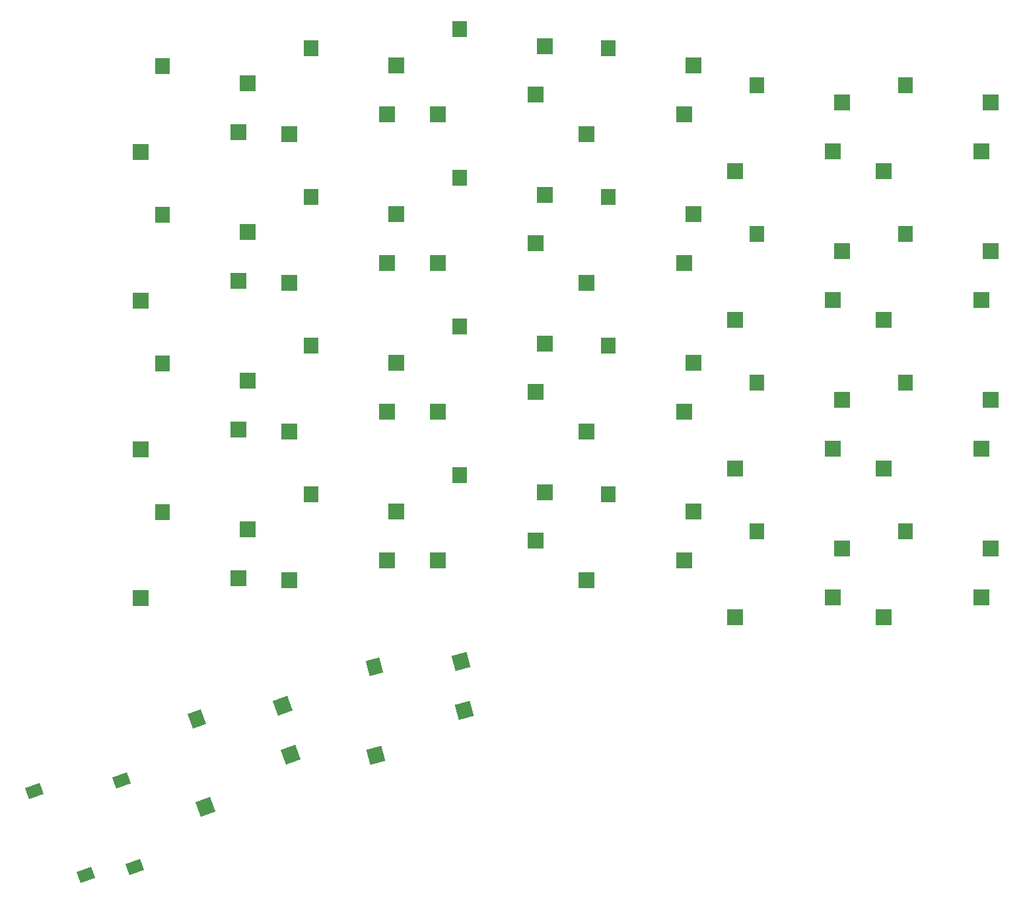
<source format=gbr>
%TF.GenerationSoftware,KiCad,Pcbnew,7.0.10*%
%TF.CreationDate,2024-03-21T20:23:52+01:00*%
%TF.ProjectId,duosync_right,64756f73-796e-4635-9f72-696768742e6b,rev?*%
%TF.SameCoordinates,Original*%
%TF.FileFunction,Paste,Bot*%
%TF.FilePolarity,Positive*%
%FSLAX46Y46*%
G04 Gerber Fmt 4.6, Leading zero omitted, Abs format (unit mm)*
G04 Created by KiCad (PCBNEW 7.0.10) date 2024-03-21 20:23:52*
%MOMM*%
%LPD*%
G01*
G04 APERTURE LIST*
G04 Aperture macros list*
%AMRotRect*
0 Rectangle, with rotation*
0 The origin of the aperture is its center*
0 $1 length*
0 $2 width*
0 $3 Rotation angle, in degrees counterclockwise*
0 Add horizontal line*
21,1,$1,$2,0,0,$3*%
G04 Aperture macros list end*
%ADD10R,2.000000X2.000000*%
%ADD11R,1.900000X2.000000*%
%ADD12RotRect,1.500000X2.000000X110.000000*%
%ADD13RotRect,2.000000X2.000000X200.000000*%
%ADD14RotRect,1.800000X2.000000X200.000000*%
%ADD15RotRect,2.000000X2.000000X195.000000*%
%ADD16RotRect,1.800000X2.000000X195.000000*%
G04 APERTURE END LIST*
D10*
%TO.C,K42*%
X159718900Y-53190100D03*
X158518900Y-59430100D03*
D11*
X148818900Y-50990100D03*
D10*
X146018900Y-61970100D03*
%TD*%
%TO.C,K54*%
X140669100Y-93766100D03*
X139469100Y-100006100D03*
D11*
X129769100Y-91566100D03*
D10*
X126969100Y-102546100D03*
%TD*%
%TO.C,K41*%
X159718900Y-34140100D03*
X158518900Y-40380100D03*
D11*
X148818900Y-31940100D03*
D10*
X146018900Y-42920100D03*
%TD*%
%TO.C,K34*%
X178768900Y-93766100D03*
X177568900Y-100006100D03*
D11*
X167868900Y-91566100D03*
D10*
X165068900Y-102546100D03*
%TD*%
%TO.C,K14*%
X216868900Y-98529100D03*
X215668900Y-104769100D03*
D11*
X205968900Y-96329100D03*
D10*
X203168900Y-107309100D03*
%TD*%
%TO.C,K51*%
X140669100Y-36616100D03*
X139469100Y-42856100D03*
D11*
X129769100Y-34416100D03*
D10*
X126969100Y-45396100D03*
%TD*%
%TO.C,K24*%
X197818900Y-98529100D03*
X196618900Y-104769100D03*
D11*
X186918900Y-96329100D03*
D10*
X184118900Y-107309100D03*
%TD*%
%TO.C,K44*%
X159718900Y-91290100D03*
X158518900Y-97530100D03*
D11*
X148818900Y-89090100D03*
D10*
X146018900Y-100070100D03*
%TD*%
%TO.C,K52*%
X140669100Y-55666100D03*
X139469100Y-61906100D03*
D11*
X129769100Y-53466100D03*
D10*
X126969100Y-64446100D03*
%TD*%
%TO.C,K21*%
X197818900Y-41379100D03*
X196618900Y-47619100D03*
D11*
X186918900Y-39179100D03*
D10*
X184118900Y-50159100D03*
%TD*%
%TO.C,K61*%
X121618900Y-38902100D03*
X120418900Y-45142100D03*
D11*
X110718900Y-36702100D03*
D10*
X107918900Y-47682100D03*
%TD*%
%TO.C,K11*%
X216868900Y-41379100D03*
X215668900Y-47619100D03*
D11*
X205968900Y-39179100D03*
D10*
X203168900Y-50159100D03*
%TD*%
%TO.C,K13*%
X216868900Y-79479100D03*
X215668900Y-85719100D03*
D11*
X205968900Y-77279100D03*
D10*
X203168900Y-88259100D03*
%TD*%
%TO.C,K33*%
X178768900Y-74716100D03*
X177568900Y-80956100D03*
D11*
X167868900Y-72516100D03*
D10*
X165068900Y-83496100D03*
%TD*%
%TO.C,K32*%
X178768900Y-55666100D03*
X177568900Y-61906100D03*
D11*
X167868900Y-53466100D03*
D10*
X165068900Y-64446100D03*
%TD*%
%TO.C,K43*%
X159718900Y-72240100D03*
X158518900Y-78480100D03*
D11*
X148818900Y-70040100D03*
D10*
X146018900Y-81020100D03*
%TD*%
%TO.C,K23*%
X197818900Y-79479100D03*
X196618900Y-85719100D03*
D11*
X186918900Y-77279100D03*
D10*
X184118900Y-88259100D03*
%TD*%
%TO.C,K22*%
X197818900Y-60429100D03*
X196618900Y-66669100D03*
D11*
X186918900Y-58229100D03*
D10*
X184118900Y-69209100D03*
%TD*%
%TO.C,K53*%
X140669100Y-74716100D03*
X139469100Y-80956100D03*
D11*
X129769100Y-72516100D03*
D10*
X126969100Y-83496100D03*
%TD*%
%TO.C,K31*%
X178768900Y-36616100D03*
X177568900Y-42856100D03*
D11*
X167868900Y-34416100D03*
D10*
X165068900Y-45396100D03*
%TD*%
%TO.C,K12*%
X216868900Y-60429100D03*
X215668900Y-66669100D03*
D11*
X205968900Y-58229100D03*
D10*
X203168900Y-69209100D03*
%TD*%
%TO.C,K64*%
X121618900Y-96052100D03*
X120418900Y-102292100D03*
D11*
X110718900Y-93852100D03*
D10*
X107918900Y-104832100D03*
%TD*%
%TO.C,K63*%
X121618900Y-77002100D03*
X120418900Y-83242100D03*
D11*
X110718900Y-74802100D03*
D10*
X107918900Y-85782100D03*
%TD*%
%TO.C,K62*%
X121618900Y-57952100D03*
X120418900Y-64192100D03*
D11*
X110718900Y-55752100D03*
D10*
X107918900Y-66732100D03*
%TD*%
D12*
%TO.C,K65*%
X94227451Y-129605253D03*
X107095224Y-139288166D03*
X100821117Y-140294741D03*
X105400326Y-128199103D03*
%TD*%
D13*
%TO.C,K55*%
X116203884Y-131615851D03*
X126074736Y-118679674D03*
D14*
X115079642Y-120340370D03*
D13*
X127081310Y-124953780D03*
%TD*%
D15*
%TO.C,K45*%
X137999516Y-124968390D03*
X148960269Y-112941740D03*
D16*
X137862275Y-113637831D03*
D15*
X149416189Y-119279700D03*
%TD*%
M02*

</source>
